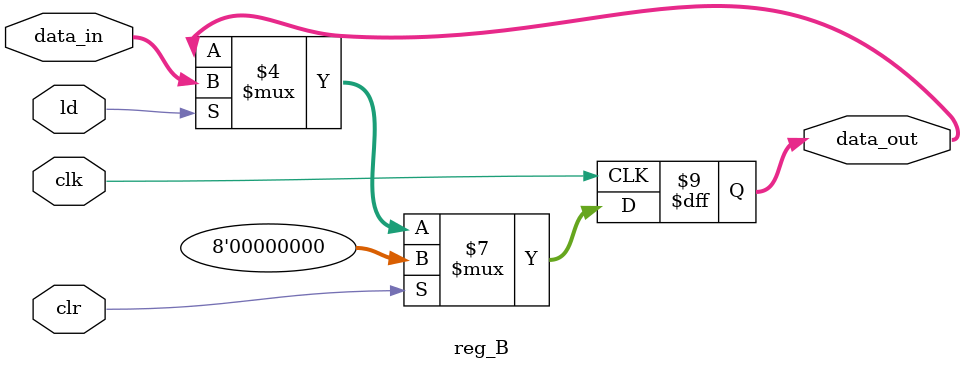
<source format=v>
`timescale 1ns / 1ps
`default_nettype none


module reg_B #(parameter n=8) (
    input wire [n-1:0] data_in,
    input wire clk, 
	input wire clr, 
	input wire ld, 
    output reg [n-1:0] data_out  ); 


    always @(posedge clk)
    begin 
       if (clr == 1'b1)       // asynch clr
          data_out <= 0;
       else if (ld == 1'b1)   // synch load
          data_out <= data_in; 
    end
    
endmodule

`default_nettype wire


</source>
